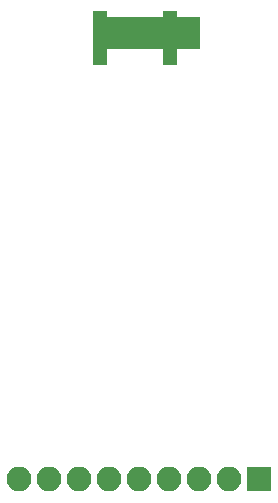
<source format=gbr>
G04 #@! TF.GenerationSoftware,KiCad,Pcbnew,(5.0.0)*
G04 #@! TF.CreationDate,2018-08-10T13:09:27+08:00*
G04 #@! TF.ProjectId,VitaMemBreakout,566974614D656D427265616B6F75742E,rev?*
G04 #@! TF.SameCoordinates,Original*
G04 #@! TF.FileFunction,Soldermask,Top*
G04 #@! TF.FilePolarity,Negative*
%FSLAX46Y46*%
G04 Gerber Fmt 4.6, Leading zero omitted, Abs format (unit mm)*
G04 Created by KiCad (PCBNEW (5.0.0)) date 08/10/18 13:09:27*
%MOMM*%
%LPD*%
G01*
G04 APERTURE LIST*
%ADD10R,1.000000X2.800000*%
%ADD11R,1.200000X4.600000*%
%ADD12R,2.100000X2.100000*%
%ADD13O,2.100000X2.100000*%
G04 APERTURE END LIST*
D10*
G04 #@! TO.C,PSVPins*
X33426400Y-17399000D03*
X32461200Y-17399000D03*
D11*
X31394400Y-17856200D03*
D10*
X30327600Y-17399000D03*
X29362400Y-17399000D03*
X28397200Y-17399000D03*
X27432000Y-17399000D03*
X26466800Y-17399000D03*
D11*
X25400000Y-17856200D03*
G04 #@! TD*
D12*
G04 #@! TO.C,*
X38895020Y-55118000D03*
D13*
X36355020Y-55118000D03*
X33815020Y-55118000D03*
X31275020Y-55118000D03*
X28735020Y-55118000D03*
X26195020Y-55118000D03*
X23655020Y-55118000D03*
X21115020Y-55118000D03*
X18575020Y-55118000D03*
G04 #@! TD*
M02*

</source>
